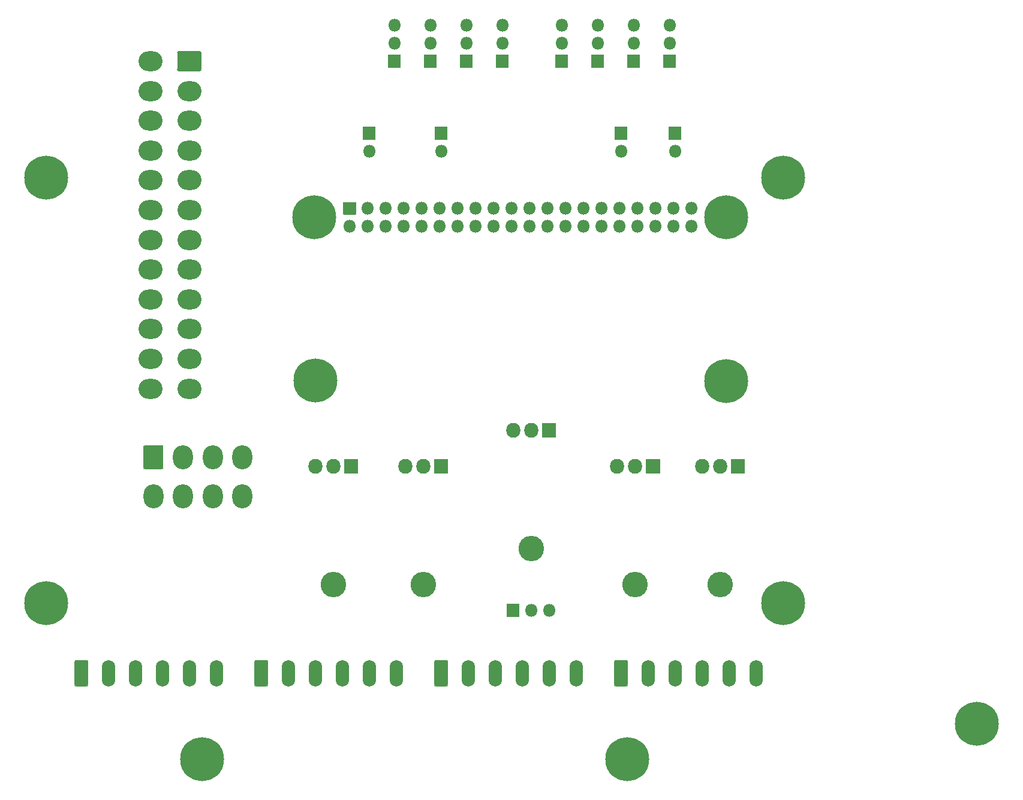
<source format=gbr>
G04 #@! TF.GenerationSoftware,KiCad,Pcbnew,5.1.8*
G04 #@! TF.CreationDate,2021-01-05T23:40:21+00:00*
G04 #@! TF.ProjectId,TheSun2,54686553-756e-4322-9e6b-696361645f70,1.0.8*
G04 #@! TF.SameCoordinates,Original*
G04 #@! TF.FileFunction,Soldermask,Bot*
G04 #@! TF.FilePolarity,Negative*
%FSLAX46Y46*%
G04 Gerber Fmt 4.6, Leading zero omitted, Abs format (unit mm)*
G04 Created by KiCad (PCBNEW 5.1.8) date 2021-01-05 23:40:21*
%MOMM*%
%LPD*%
G01*
G04 APERTURE LIST*
%ADD10C,6.200000*%
%ADD11O,3.402000X2.802000*%
%ADD12O,2.802000X3.402000*%
%ADD13O,1.902000X3.702000*%
%ADD14O,1.802000X1.802000*%
%ADD15O,2.007000X2.102000*%
%ADD16O,3.602000X3.602000*%
%ADD17C,0.100000*%
G04 APERTURE END LIST*
D10*
X252000000Y-50000000D03*
X252000000Y-110000000D03*
X148000000Y-110000000D03*
X148000000Y-50000000D03*
X230000000Y-132000000D03*
X170000000Y-132000000D03*
X279400000Y-127000000D03*
D11*
X162680000Y-79760000D03*
X162680000Y-75560000D03*
X162680000Y-71360000D03*
X162680000Y-67160000D03*
X162680000Y-62960000D03*
X162680000Y-58760000D03*
X162680000Y-54560000D03*
X162680000Y-50360000D03*
X162680000Y-46160000D03*
X162680000Y-41960000D03*
X162680000Y-37760000D03*
X162680000Y-33560000D03*
X168180000Y-79760000D03*
X168180000Y-75560000D03*
X168180000Y-71360000D03*
X168180000Y-67160000D03*
X168180000Y-62960000D03*
X168180000Y-58760000D03*
X168180000Y-54560000D03*
X168180000Y-50360000D03*
X168180000Y-46160000D03*
X168180000Y-41960000D03*
X168180000Y-37760000D03*
G36*
G01*
X166738445Y-32159000D02*
X169621555Y-32159000D01*
G75*
G02*
X169881000Y-32418445I0J-259445D01*
G01*
X169881000Y-34701555D01*
G75*
G02*
X169621555Y-34961000I-259445J0D01*
G01*
X166738445Y-34961000D01*
G75*
G02*
X166479000Y-34701555I0J259445D01*
G01*
X166479000Y-32418445D01*
G75*
G02*
X166738445Y-32159000I259445J0D01*
G01*
G37*
G36*
G01*
X161699000Y-90881555D02*
X161699000Y-87998445D01*
G75*
G02*
X161958445Y-87739000I259445J0D01*
G01*
X164241555Y-87739000D01*
G75*
G02*
X164501000Y-87998445I0J-259445D01*
G01*
X164501000Y-90881555D01*
G75*
G02*
X164241555Y-91141000I-259445J0D01*
G01*
X161958445Y-91141000D01*
G75*
G02*
X161699000Y-90881555I0J259445D01*
G01*
G37*
D12*
X167300000Y-89440000D03*
X171500000Y-89440000D03*
X175700000Y-89440000D03*
X163100000Y-94940000D03*
X167300000Y-94940000D03*
X171500000Y-94940000D03*
X175700000Y-94940000D03*
D13*
X171990000Y-119920000D03*
X168180000Y-119920000D03*
X164370000Y-119920000D03*
X160560000Y-119920000D03*
X156750000Y-119920000D03*
G36*
G01*
X151989000Y-121506834D02*
X151989000Y-118333166D01*
G75*
G02*
X152253166Y-118069000I264166J0D01*
G01*
X153626834Y-118069000D01*
G75*
G02*
X153891000Y-118333166I0J-264166D01*
G01*
X153891000Y-121506834D01*
G75*
G02*
X153626834Y-121771000I-264166J0D01*
G01*
X152253166Y-121771000D01*
G75*
G02*
X151989000Y-121506834I0J264166D01*
G01*
G37*
X197390000Y-119920000D03*
X193580000Y-119920000D03*
X189770000Y-119920000D03*
X185960000Y-119920000D03*
X182150000Y-119920000D03*
G36*
G01*
X177389000Y-121506834D02*
X177389000Y-118333166D01*
G75*
G02*
X177653166Y-118069000I264166J0D01*
G01*
X179026834Y-118069000D01*
G75*
G02*
X179291000Y-118333166I0J-264166D01*
G01*
X179291000Y-121506834D01*
G75*
G02*
X179026834Y-121771000I-264166J0D01*
G01*
X177653166Y-121771000D01*
G75*
G02*
X177389000Y-121506834I0J264166D01*
G01*
G37*
X248190000Y-119920000D03*
X244380000Y-119920000D03*
X240570000Y-119920000D03*
X236760000Y-119920000D03*
X232950000Y-119920000D03*
G36*
G01*
X228189000Y-121506834D02*
X228189000Y-118333166D01*
G75*
G02*
X228453166Y-118069000I264166J0D01*
G01*
X229826834Y-118069000D01*
G75*
G02*
X230091000Y-118333166I0J-264166D01*
G01*
X230091000Y-121506834D01*
G75*
G02*
X229826834Y-121771000I-264166J0D01*
G01*
X228453166Y-121771000D01*
G75*
G02*
X228189000Y-121506834I0J264166D01*
G01*
G37*
X222790000Y-119920000D03*
X218980000Y-119920000D03*
X215170000Y-119920000D03*
X211360000Y-119920000D03*
X207550000Y-119920000D03*
G36*
G01*
X202789000Y-121506834D02*
X202789000Y-118333166D01*
G75*
G02*
X203053166Y-118069000I264166J0D01*
G01*
X204426834Y-118069000D01*
G75*
G02*
X204691000Y-118333166I0J-264166D01*
G01*
X204691000Y-121506834D01*
G75*
G02*
X204426834Y-121771000I-264166J0D01*
G01*
X203053166Y-121771000D01*
G75*
G02*
X202789000Y-121506834I0J264166D01*
G01*
G37*
G36*
G01*
X191661400Y-55225500D02*
X189961400Y-55225500D01*
G75*
G02*
X189910400Y-55174500I0J51000D01*
G01*
X189910400Y-53474500D01*
G75*
G02*
X189961400Y-53423500I51000J0D01*
G01*
X191661400Y-53423500D01*
G75*
G02*
X191712400Y-53474500I0J-51000D01*
G01*
X191712400Y-55174500D01*
G75*
G02*
X191661400Y-55225500I-51000J0D01*
G01*
G37*
D14*
X190811400Y-56864500D03*
X193351400Y-54324500D03*
X193351400Y-56864500D03*
X195891400Y-54324500D03*
X195891400Y-56864500D03*
X198431400Y-54324500D03*
X198431400Y-56864500D03*
X200971400Y-54324500D03*
X200971400Y-56864500D03*
X203511400Y-54324500D03*
X203511400Y-56864500D03*
X206051400Y-54324500D03*
X206051400Y-56864500D03*
X208591400Y-54324500D03*
X208591400Y-56864500D03*
X211131400Y-54324500D03*
X211131400Y-56864500D03*
X213671400Y-54324500D03*
X213671400Y-56864500D03*
X216211400Y-54324500D03*
X216211400Y-56864500D03*
X218751400Y-54324500D03*
X218751400Y-56864500D03*
X221291400Y-54324500D03*
X221291400Y-56864500D03*
X223831400Y-54324500D03*
X223831400Y-56864500D03*
X226371400Y-54324500D03*
X226371400Y-56864500D03*
X228911400Y-54324500D03*
X228911400Y-56864500D03*
X231451400Y-54324500D03*
X231451400Y-56864500D03*
X233991400Y-54324500D03*
X233991400Y-56864500D03*
X236531400Y-54324500D03*
X236531400Y-56864500D03*
X239071400Y-54324500D03*
X239071400Y-56864500D03*
D15*
X185960000Y-90710000D03*
X188500000Y-90710000D03*
G36*
G01*
X192043500Y-89710000D02*
X192043500Y-91710000D01*
G75*
G02*
X191992500Y-91761000I-51000J0D01*
G01*
X190087500Y-91761000D01*
G75*
G02*
X190036500Y-91710000I0J51000D01*
G01*
X190036500Y-89710000D01*
G75*
G02*
X190087500Y-89659000I51000J0D01*
G01*
X191992500Y-89659000D01*
G75*
G02*
X192043500Y-89710000I0J-51000D01*
G01*
G37*
D16*
X188500000Y-107370000D03*
D15*
X240570000Y-90710000D03*
X243110000Y-90710000D03*
G36*
G01*
X246653500Y-89710000D02*
X246653500Y-91710000D01*
G75*
G02*
X246602500Y-91761000I-51000J0D01*
G01*
X244697500Y-91761000D01*
G75*
G02*
X244646500Y-91710000I0J51000D01*
G01*
X244646500Y-89710000D01*
G75*
G02*
X244697500Y-89659000I51000J0D01*
G01*
X246602500Y-89659000D01*
G75*
G02*
X246653500Y-89710000I0J-51000D01*
G01*
G37*
D16*
X243110000Y-107370000D03*
D15*
X213900000Y-85630000D03*
X216440000Y-85630000D03*
G36*
G01*
X219983500Y-84630000D02*
X219983500Y-86630000D01*
G75*
G02*
X219932500Y-86681000I-51000J0D01*
G01*
X218027500Y-86681000D01*
G75*
G02*
X217976500Y-86630000I0J51000D01*
G01*
X217976500Y-84630000D01*
G75*
G02*
X218027500Y-84579000I51000J0D01*
G01*
X219932500Y-84579000D01*
G75*
G02*
X219983500Y-84630000I0J-51000D01*
G01*
G37*
D16*
X216440000Y-102290000D03*
D15*
X198660000Y-90710000D03*
X201200000Y-90710000D03*
G36*
G01*
X204743500Y-89710000D02*
X204743500Y-91710000D01*
G75*
G02*
X204692500Y-91761000I-51000J0D01*
G01*
X202787500Y-91761000D01*
G75*
G02*
X202736500Y-91710000I0J51000D01*
G01*
X202736500Y-89710000D01*
G75*
G02*
X202787500Y-89659000I51000J0D01*
G01*
X204692500Y-89659000D01*
G75*
G02*
X204743500Y-89710000I0J-51000D01*
G01*
G37*
D16*
X201200000Y-107370000D03*
D15*
X228570000Y-90710000D03*
X231110000Y-90710000D03*
G36*
G01*
X234653500Y-89710000D02*
X234653500Y-91710000D01*
G75*
G02*
X234602500Y-91761000I-51000J0D01*
G01*
X232697500Y-91761000D01*
G75*
G02*
X232646500Y-91710000I0J51000D01*
G01*
X232646500Y-89710000D01*
G75*
G02*
X232697500Y-89659000I51000J0D01*
G01*
X234602500Y-89659000D01*
G75*
G02*
X234653500Y-89710000I0J-51000D01*
G01*
G37*
D16*
X231110000Y-107370000D03*
D14*
X203740000Y-46260000D03*
G36*
G01*
X202839000Y-44570000D02*
X202839000Y-42870000D01*
G75*
G02*
X202890000Y-42819000I51000J0D01*
G01*
X204590000Y-42819000D01*
G75*
G02*
X204641000Y-42870000I0J-51000D01*
G01*
X204641000Y-44570000D01*
G75*
G02*
X204590000Y-44621000I-51000J0D01*
G01*
X202890000Y-44621000D01*
G75*
G02*
X202839000Y-44570000I0J51000D01*
G01*
G37*
X229140000Y-46260000D03*
G36*
G01*
X228239000Y-44570000D02*
X228239000Y-42870000D01*
G75*
G02*
X228290000Y-42819000I51000J0D01*
G01*
X229990000Y-42819000D01*
G75*
G02*
X230041000Y-42870000I0J-51000D01*
G01*
X230041000Y-44570000D01*
G75*
G02*
X229990000Y-44621000I-51000J0D01*
G01*
X228290000Y-44621000D01*
G75*
G02*
X228239000Y-44570000I0J51000D01*
G01*
G37*
X236760000Y-46260000D03*
G36*
G01*
X235859000Y-44570000D02*
X235859000Y-42870000D01*
G75*
G02*
X235910000Y-42819000I51000J0D01*
G01*
X237610000Y-42819000D01*
G75*
G02*
X237661000Y-42870000I0J-51000D01*
G01*
X237661000Y-44570000D01*
G75*
G02*
X237610000Y-44621000I-51000J0D01*
G01*
X235910000Y-44621000D01*
G75*
G02*
X235859000Y-44570000I0J51000D01*
G01*
G37*
X193580000Y-46260000D03*
G36*
G01*
X192679000Y-44570000D02*
X192679000Y-42870000D01*
G75*
G02*
X192730000Y-42819000I51000J0D01*
G01*
X194430000Y-42819000D01*
G75*
G02*
X194481000Y-42870000I0J-51000D01*
G01*
X194481000Y-44570000D01*
G75*
G02*
X194430000Y-44621000I-51000J0D01*
G01*
X192730000Y-44621000D01*
G75*
G02*
X192679000Y-44570000I0J51000D01*
G01*
G37*
X218980000Y-111030000D03*
X216440000Y-111030000D03*
G36*
G01*
X214750000Y-111931000D02*
X213050000Y-111931000D01*
G75*
G02*
X212999000Y-111880000I0J51000D01*
G01*
X212999000Y-110180000D01*
G75*
G02*
X213050000Y-110129000I51000J0D01*
G01*
X214750000Y-110129000D01*
G75*
G02*
X214801000Y-110180000I0J-51000D01*
G01*
X214801000Y-111880000D01*
G75*
G02*
X214750000Y-111931000I-51000J0D01*
G01*
G37*
X197136000Y-28480000D03*
X197136000Y-31020000D03*
G36*
G01*
X198037000Y-32710000D02*
X198037000Y-34410000D01*
G75*
G02*
X197986000Y-34461000I-51000J0D01*
G01*
X196286000Y-34461000D01*
G75*
G02*
X196235000Y-34410000I0J51000D01*
G01*
X196235000Y-32710000D01*
G75*
G02*
X196286000Y-32659000I51000J0D01*
G01*
X197986000Y-32659000D01*
G75*
G02*
X198037000Y-32710000I0J-51000D01*
G01*
G37*
X202216000Y-28480000D03*
X202216000Y-31020000D03*
G36*
G01*
X203117000Y-32710000D02*
X203117000Y-34410000D01*
G75*
G02*
X203066000Y-34461000I-51000J0D01*
G01*
X201366000Y-34461000D01*
G75*
G02*
X201315000Y-34410000I0J51000D01*
G01*
X201315000Y-32710000D01*
G75*
G02*
X201366000Y-32659000I51000J0D01*
G01*
X203066000Y-32659000D01*
G75*
G02*
X203117000Y-32710000I0J-51000D01*
G01*
G37*
X207296000Y-28480000D03*
X207296000Y-31020000D03*
G36*
G01*
X208197000Y-32710000D02*
X208197000Y-34410000D01*
G75*
G02*
X208146000Y-34461000I-51000J0D01*
G01*
X206446000Y-34461000D01*
G75*
G02*
X206395000Y-34410000I0J51000D01*
G01*
X206395000Y-32710000D01*
G75*
G02*
X206446000Y-32659000I51000J0D01*
G01*
X208146000Y-32659000D01*
G75*
G02*
X208197000Y-32710000I0J-51000D01*
G01*
G37*
X212376000Y-28480000D03*
X212376000Y-31020000D03*
G36*
G01*
X213277000Y-32710000D02*
X213277000Y-34410000D01*
G75*
G02*
X213226000Y-34461000I-51000J0D01*
G01*
X211526000Y-34461000D01*
G75*
G02*
X211475000Y-34410000I0J51000D01*
G01*
X211475000Y-32710000D01*
G75*
G02*
X211526000Y-32659000I51000J0D01*
G01*
X213226000Y-32659000D01*
G75*
G02*
X213277000Y-32710000I0J-51000D01*
G01*
G37*
X220758000Y-28480000D03*
X220758000Y-31020000D03*
G36*
G01*
X221659000Y-32710000D02*
X221659000Y-34410000D01*
G75*
G02*
X221608000Y-34461000I-51000J0D01*
G01*
X219908000Y-34461000D01*
G75*
G02*
X219857000Y-34410000I0J51000D01*
G01*
X219857000Y-32710000D01*
G75*
G02*
X219908000Y-32659000I51000J0D01*
G01*
X221608000Y-32659000D01*
G75*
G02*
X221659000Y-32710000I0J-51000D01*
G01*
G37*
X225838000Y-28480000D03*
X225838000Y-31020000D03*
G36*
G01*
X226739000Y-32710000D02*
X226739000Y-34410000D01*
G75*
G02*
X226688000Y-34461000I-51000J0D01*
G01*
X224988000Y-34461000D01*
G75*
G02*
X224937000Y-34410000I0J51000D01*
G01*
X224937000Y-32710000D01*
G75*
G02*
X224988000Y-32659000I51000J0D01*
G01*
X226688000Y-32659000D01*
G75*
G02*
X226739000Y-32710000I0J-51000D01*
G01*
G37*
X230918000Y-28480000D03*
X230918000Y-31020000D03*
G36*
G01*
X231819000Y-32710000D02*
X231819000Y-34410000D01*
G75*
G02*
X231768000Y-34461000I-51000J0D01*
G01*
X230068000Y-34461000D01*
G75*
G02*
X230017000Y-34410000I0J51000D01*
G01*
X230017000Y-32710000D01*
G75*
G02*
X230068000Y-32659000I51000J0D01*
G01*
X231768000Y-32659000D01*
G75*
G02*
X231819000Y-32710000I0J-51000D01*
G01*
G37*
X235998000Y-28480000D03*
X235998000Y-31020000D03*
G36*
G01*
X236899000Y-32710000D02*
X236899000Y-34410000D01*
G75*
G02*
X236848000Y-34461000I-51000J0D01*
G01*
X235148000Y-34461000D01*
G75*
G02*
X235097000Y-34410000I0J51000D01*
G01*
X235097000Y-32710000D01*
G75*
G02*
X235148000Y-32659000I51000J0D01*
G01*
X236848000Y-32659000D01*
G75*
G02*
X236899000Y-32710000I0J-51000D01*
G01*
G37*
D10*
X185866000Y-55580000D03*
X185966000Y-78580000D03*
X243966000Y-78680000D03*
X243966000Y-55580000D03*
D17*
G36*
X153892165Y-121505208D02*
G01*
X153893000Y-121506834D01*
X153893000Y-121590971D01*
X153892990Y-121591167D01*
X153889056Y-121631111D01*
X153888980Y-121631496D01*
X153879119Y-121664005D01*
X153878969Y-121664367D01*
X153862955Y-121694325D01*
X153862737Y-121694651D01*
X153841187Y-121720910D01*
X153840910Y-121721187D01*
X153814651Y-121742737D01*
X153814325Y-121742955D01*
X153784367Y-121758969D01*
X153784005Y-121759119D01*
X153751496Y-121768980D01*
X153751111Y-121769056D01*
X153711167Y-121772990D01*
X153710971Y-121773000D01*
X153626834Y-121773000D01*
X153625102Y-121772000D01*
X153625102Y-121770000D01*
X153626638Y-121769010D01*
X153677975Y-121763954D01*
X153727157Y-121749035D01*
X153772481Y-121724809D01*
X153812207Y-121692207D01*
X153844809Y-121652481D01*
X153869035Y-121607157D01*
X153883954Y-121557975D01*
X153889010Y-121506638D01*
X153890175Y-121505012D01*
X153892165Y-121505208D01*
G37*
G36*
X179292165Y-121505208D02*
G01*
X179293000Y-121506834D01*
X179293000Y-121590971D01*
X179292990Y-121591167D01*
X179289056Y-121631111D01*
X179288980Y-121631496D01*
X179279119Y-121664005D01*
X179278969Y-121664367D01*
X179262955Y-121694325D01*
X179262737Y-121694651D01*
X179241187Y-121720910D01*
X179240910Y-121721187D01*
X179214651Y-121742737D01*
X179214325Y-121742955D01*
X179184367Y-121758969D01*
X179184005Y-121759119D01*
X179151496Y-121768980D01*
X179151111Y-121769056D01*
X179111167Y-121772990D01*
X179110971Y-121773000D01*
X179026834Y-121773000D01*
X179025102Y-121772000D01*
X179025102Y-121770000D01*
X179026638Y-121769010D01*
X179077975Y-121763954D01*
X179127157Y-121749035D01*
X179172481Y-121724809D01*
X179212207Y-121692207D01*
X179244809Y-121652481D01*
X179269035Y-121607157D01*
X179283954Y-121557975D01*
X179289010Y-121506638D01*
X179290175Y-121505012D01*
X179292165Y-121505208D01*
G37*
G36*
X202790990Y-121506638D02*
G01*
X202796046Y-121557975D01*
X202810965Y-121607157D01*
X202835191Y-121652481D01*
X202867793Y-121692207D01*
X202907519Y-121724809D01*
X202952843Y-121749035D01*
X203002025Y-121763954D01*
X203053362Y-121769010D01*
X203054988Y-121770175D01*
X203054792Y-121772165D01*
X203053166Y-121773000D01*
X202969029Y-121773000D01*
X202968833Y-121772990D01*
X202928889Y-121769056D01*
X202928504Y-121768980D01*
X202895995Y-121759119D01*
X202895633Y-121758969D01*
X202865675Y-121742955D01*
X202865349Y-121742737D01*
X202839090Y-121721187D01*
X202838813Y-121720910D01*
X202817263Y-121694651D01*
X202817045Y-121694325D01*
X202801031Y-121664367D01*
X202800881Y-121664005D01*
X202791020Y-121631496D01*
X202790944Y-121631111D01*
X202787010Y-121591167D01*
X202787000Y-121590971D01*
X202787000Y-121506834D01*
X202788000Y-121505102D01*
X202790000Y-121505102D01*
X202790990Y-121506638D01*
G37*
G36*
X204692165Y-121505208D02*
G01*
X204693000Y-121506834D01*
X204693000Y-121590971D01*
X204692990Y-121591167D01*
X204689056Y-121631111D01*
X204688980Y-121631496D01*
X204679119Y-121664005D01*
X204678969Y-121664367D01*
X204662955Y-121694325D01*
X204662737Y-121694651D01*
X204641187Y-121720910D01*
X204640910Y-121721187D01*
X204614651Y-121742737D01*
X204614325Y-121742955D01*
X204584367Y-121758969D01*
X204584005Y-121759119D01*
X204551496Y-121768980D01*
X204551111Y-121769056D01*
X204511167Y-121772990D01*
X204510971Y-121773000D01*
X204426834Y-121773000D01*
X204425102Y-121772000D01*
X204425102Y-121770000D01*
X204426638Y-121769010D01*
X204477975Y-121763954D01*
X204527157Y-121749035D01*
X204572481Y-121724809D01*
X204612207Y-121692207D01*
X204644809Y-121652481D01*
X204669035Y-121607157D01*
X204683954Y-121557975D01*
X204689010Y-121506638D01*
X204690175Y-121505012D01*
X204692165Y-121505208D01*
G37*
G36*
X151990990Y-121506638D02*
G01*
X151996046Y-121557975D01*
X152010965Y-121607157D01*
X152035191Y-121652481D01*
X152067793Y-121692207D01*
X152107519Y-121724809D01*
X152152843Y-121749035D01*
X152202025Y-121763954D01*
X152253362Y-121769010D01*
X152254988Y-121770175D01*
X152254792Y-121772165D01*
X152253166Y-121773000D01*
X152169029Y-121773000D01*
X152168833Y-121772990D01*
X152128889Y-121769056D01*
X152128504Y-121768980D01*
X152095995Y-121759119D01*
X152095633Y-121758969D01*
X152065675Y-121742955D01*
X152065349Y-121742737D01*
X152039090Y-121721187D01*
X152038813Y-121720910D01*
X152017263Y-121694651D01*
X152017045Y-121694325D01*
X152001031Y-121664367D01*
X152000881Y-121664005D01*
X151991020Y-121631496D01*
X151990944Y-121631111D01*
X151987010Y-121591167D01*
X151987000Y-121590971D01*
X151987000Y-121506834D01*
X151988000Y-121505102D01*
X151990000Y-121505102D01*
X151990990Y-121506638D01*
G37*
G36*
X177390990Y-121506638D02*
G01*
X177396046Y-121557975D01*
X177410965Y-121607157D01*
X177435191Y-121652481D01*
X177467793Y-121692207D01*
X177507519Y-121724809D01*
X177552843Y-121749035D01*
X177602025Y-121763954D01*
X177653362Y-121769010D01*
X177654988Y-121770175D01*
X177654792Y-121772165D01*
X177653166Y-121773000D01*
X177569029Y-121773000D01*
X177568833Y-121772990D01*
X177528889Y-121769056D01*
X177528504Y-121768980D01*
X177495995Y-121759119D01*
X177495633Y-121758969D01*
X177465675Y-121742955D01*
X177465349Y-121742737D01*
X177439090Y-121721187D01*
X177438813Y-121720910D01*
X177417263Y-121694651D01*
X177417045Y-121694325D01*
X177401031Y-121664367D01*
X177400881Y-121664005D01*
X177391020Y-121631496D01*
X177390944Y-121631111D01*
X177387010Y-121591167D01*
X177387000Y-121590971D01*
X177387000Y-121506834D01*
X177388000Y-121505102D01*
X177390000Y-121505102D01*
X177390990Y-121506638D01*
G37*
G36*
X228190990Y-121506638D02*
G01*
X228196046Y-121557975D01*
X228210965Y-121607157D01*
X228235191Y-121652481D01*
X228267793Y-121692207D01*
X228307519Y-121724809D01*
X228352843Y-121749035D01*
X228402025Y-121763954D01*
X228453362Y-121769010D01*
X228454988Y-121770175D01*
X228454792Y-121772165D01*
X228453166Y-121773000D01*
X228369029Y-121773000D01*
X228368833Y-121772990D01*
X228328889Y-121769056D01*
X228328504Y-121768980D01*
X228295995Y-121759119D01*
X228295633Y-121758969D01*
X228265675Y-121742955D01*
X228265349Y-121742737D01*
X228239090Y-121721187D01*
X228238813Y-121720910D01*
X228217263Y-121694651D01*
X228217045Y-121694325D01*
X228201031Y-121664367D01*
X228200881Y-121664005D01*
X228191020Y-121631496D01*
X228190944Y-121631111D01*
X228187010Y-121591167D01*
X228187000Y-121590971D01*
X228187000Y-121506834D01*
X228188000Y-121505102D01*
X228190000Y-121505102D01*
X228190990Y-121506638D01*
G37*
G36*
X230092165Y-121505208D02*
G01*
X230093000Y-121506834D01*
X230093000Y-121590971D01*
X230092990Y-121591167D01*
X230089056Y-121631111D01*
X230088980Y-121631496D01*
X230079119Y-121664005D01*
X230078969Y-121664367D01*
X230062955Y-121694325D01*
X230062737Y-121694651D01*
X230041187Y-121720910D01*
X230040910Y-121721187D01*
X230014651Y-121742737D01*
X230014325Y-121742955D01*
X229984367Y-121758969D01*
X229984005Y-121759119D01*
X229951496Y-121768980D01*
X229951111Y-121769056D01*
X229911167Y-121772990D01*
X229910971Y-121773000D01*
X229826834Y-121773000D01*
X229825102Y-121772000D01*
X229825102Y-121770000D01*
X229826638Y-121769010D01*
X229877975Y-121763954D01*
X229927157Y-121749035D01*
X229972481Y-121724809D01*
X230012207Y-121692207D01*
X230044809Y-121652481D01*
X230069035Y-121607157D01*
X230083954Y-121557975D01*
X230089010Y-121506638D01*
X230090175Y-121505012D01*
X230092165Y-121505208D01*
G37*
G36*
X203054898Y-118068000D02*
G01*
X203054898Y-118070000D01*
X203053362Y-118070990D01*
X203002025Y-118076046D01*
X202952843Y-118090965D01*
X202907519Y-118115191D01*
X202867793Y-118147793D01*
X202835191Y-118187519D01*
X202810965Y-118232843D01*
X202796046Y-118282025D01*
X202790990Y-118333362D01*
X202789825Y-118334988D01*
X202787835Y-118334792D01*
X202787000Y-118333166D01*
X202787000Y-118249029D01*
X202787010Y-118248833D01*
X202790944Y-118208889D01*
X202791020Y-118208504D01*
X202800881Y-118175995D01*
X202801031Y-118175633D01*
X202817045Y-118145675D01*
X202817263Y-118145349D01*
X202838813Y-118119090D01*
X202839090Y-118118813D01*
X202865349Y-118097263D01*
X202865675Y-118097045D01*
X202895633Y-118081031D01*
X202895995Y-118080881D01*
X202928504Y-118071020D01*
X202928889Y-118070944D01*
X202968833Y-118067010D01*
X202969029Y-118067000D01*
X203053166Y-118067000D01*
X203054898Y-118068000D01*
G37*
G36*
X177654898Y-118068000D02*
G01*
X177654898Y-118070000D01*
X177653362Y-118070990D01*
X177602025Y-118076046D01*
X177552843Y-118090965D01*
X177507519Y-118115191D01*
X177467793Y-118147793D01*
X177435191Y-118187519D01*
X177410965Y-118232843D01*
X177396046Y-118282025D01*
X177390990Y-118333362D01*
X177389825Y-118334988D01*
X177387835Y-118334792D01*
X177387000Y-118333166D01*
X177387000Y-118249029D01*
X177387010Y-118248833D01*
X177390944Y-118208889D01*
X177391020Y-118208504D01*
X177400881Y-118175995D01*
X177401031Y-118175633D01*
X177417045Y-118145675D01*
X177417263Y-118145349D01*
X177438813Y-118119090D01*
X177439090Y-118118813D01*
X177465349Y-118097263D01*
X177465675Y-118097045D01*
X177495633Y-118081031D01*
X177495995Y-118080881D01*
X177528504Y-118071020D01*
X177528889Y-118070944D01*
X177568833Y-118067010D01*
X177569029Y-118067000D01*
X177653166Y-118067000D01*
X177654898Y-118068000D01*
G37*
G36*
X152254898Y-118068000D02*
G01*
X152254898Y-118070000D01*
X152253362Y-118070990D01*
X152202025Y-118076046D01*
X152152843Y-118090965D01*
X152107519Y-118115191D01*
X152067793Y-118147793D01*
X152035191Y-118187519D01*
X152010965Y-118232843D01*
X151996046Y-118282025D01*
X151990990Y-118333362D01*
X151989825Y-118334988D01*
X151987835Y-118334792D01*
X151987000Y-118333166D01*
X151987000Y-118249029D01*
X151987010Y-118248833D01*
X151990944Y-118208889D01*
X151991020Y-118208504D01*
X152000881Y-118175995D01*
X152001031Y-118175633D01*
X152017045Y-118145675D01*
X152017263Y-118145349D01*
X152038813Y-118119090D01*
X152039090Y-118118813D01*
X152065349Y-118097263D01*
X152065675Y-118097045D01*
X152095633Y-118081031D01*
X152095995Y-118080881D01*
X152128504Y-118071020D01*
X152128889Y-118070944D01*
X152168833Y-118067010D01*
X152169029Y-118067000D01*
X152253166Y-118067000D01*
X152254898Y-118068000D01*
G37*
G36*
X228454898Y-118068000D02*
G01*
X228454898Y-118070000D01*
X228453362Y-118070990D01*
X228402025Y-118076046D01*
X228352843Y-118090965D01*
X228307519Y-118115191D01*
X228267793Y-118147793D01*
X228235191Y-118187519D01*
X228210965Y-118232843D01*
X228196046Y-118282025D01*
X228190990Y-118333362D01*
X228189825Y-118334988D01*
X228187835Y-118334792D01*
X228187000Y-118333166D01*
X228187000Y-118249029D01*
X228187010Y-118248833D01*
X228190944Y-118208889D01*
X228191020Y-118208504D01*
X228200881Y-118175995D01*
X228201031Y-118175633D01*
X228217045Y-118145675D01*
X228217263Y-118145349D01*
X228238813Y-118119090D01*
X228239090Y-118118813D01*
X228265349Y-118097263D01*
X228265675Y-118097045D01*
X228295633Y-118081031D01*
X228295995Y-118080881D01*
X228328504Y-118071020D01*
X228328889Y-118070944D01*
X228368833Y-118067010D01*
X228369029Y-118067000D01*
X228453166Y-118067000D01*
X228454898Y-118068000D01*
G37*
G36*
X153711167Y-118067010D02*
G01*
X153751111Y-118070944D01*
X153751496Y-118071020D01*
X153784005Y-118080881D01*
X153784367Y-118081031D01*
X153814325Y-118097045D01*
X153814651Y-118097263D01*
X153840910Y-118118813D01*
X153841187Y-118119090D01*
X153862737Y-118145349D01*
X153862955Y-118145675D01*
X153878969Y-118175633D01*
X153879119Y-118175995D01*
X153888980Y-118208504D01*
X153889056Y-118208889D01*
X153892990Y-118248833D01*
X153893000Y-118249029D01*
X153893000Y-118333166D01*
X153892000Y-118334898D01*
X153890000Y-118334898D01*
X153889010Y-118333362D01*
X153883954Y-118282025D01*
X153869035Y-118232843D01*
X153844809Y-118187519D01*
X153812207Y-118147793D01*
X153772481Y-118115191D01*
X153727157Y-118090965D01*
X153677975Y-118076046D01*
X153626638Y-118070990D01*
X153625012Y-118069825D01*
X153625208Y-118067835D01*
X153626834Y-118067000D01*
X153710971Y-118067000D01*
X153711167Y-118067010D01*
G37*
G36*
X229911167Y-118067010D02*
G01*
X229951111Y-118070944D01*
X229951496Y-118071020D01*
X229984005Y-118080881D01*
X229984367Y-118081031D01*
X230014325Y-118097045D01*
X230014651Y-118097263D01*
X230040910Y-118118813D01*
X230041187Y-118119090D01*
X230062737Y-118145349D01*
X230062955Y-118145675D01*
X230078969Y-118175633D01*
X230079119Y-118175995D01*
X230088980Y-118208504D01*
X230089056Y-118208889D01*
X230092990Y-118248833D01*
X230093000Y-118249029D01*
X230093000Y-118333166D01*
X230092000Y-118334898D01*
X230090000Y-118334898D01*
X230089010Y-118333362D01*
X230083954Y-118282025D01*
X230069035Y-118232843D01*
X230044809Y-118187519D01*
X230012207Y-118147793D01*
X229972481Y-118115191D01*
X229927157Y-118090965D01*
X229877975Y-118076046D01*
X229826638Y-118070990D01*
X229825012Y-118069825D01*
X229825208Y-118067835D01*
X229826834Y-118067000D01*
X229910971Y-118067000D01*
X229911167Y-118067010D01*
G37*
G36*
X204511167Y-118067010D02*
G01*
X204551111Y-118070944D01*
X204551496Y-118071020D01*
X204584005Y-118080881D01*
X204584367Y-118081031D01*
X204614325Y-118097045D01*
X204614651Y-118097263D01*
X204640910Y-118118813D01*
X204641187Y-118119090D01*
X204662737Y-118145349D01*
X204662955Y-118145675D01*
X204678969Y-118175633D01*
X204679119Y-118175995D01*
X204688980Y-118208504D01*
X204689056Y-118208889D01*
X204692990Y-118248833D01*
X204693000Y-118249029D01*
X204693000Y-118333166D01*
X204692000Y-118334898D01*
X204690000Y-118334898D01*
X204689010Y-118333362D01*
X204683954Y-118282025D01*
X204669035Y-118232843D01*
X204644809Y-118187519D01*
X204612207Y-118147793D01*
X204572481Y-118115191D01*
X204527157Y-118090965D01*
X204477975Y-118076046D01*
X204426638Y-118070990D01*
X204425012Y-118069825D01*
X204425208Y-118067835D01*
X204426834Y-118067000D01*
X204510971Y-118067000D01*
X204511167Y-118067010D01*
G37*
G36*
X179111167Y-118067010D02*
G01*
X179151111Y-118070944D01*
X179151496Y-118071020D01*
X179184005Y-118080881D01*
X179184367Y-118081031D01*
X179214325Y-118097045D01*
X179214651Y-118097263D01*
X179240910Y-118118813D01*
X179241187Y-118119090D01*
X179262737Y-118145349D01*
X179262955Y-118145675D01*
X179278969Y-118175633D01*
X179279119Y-118175995D01*
X179288980Y-118208504D01*
X179289056Y-118208889D01*
X179292990Y-118248833D01*
X179293000Y-118249029D01*
X179293000Y-118333166D01*
X179292000Y-118334898D01*
X179290000Y-118334898D01*
X179289010Y-118333362D01*
X179283954Y-118282025D01*
X179269035Y-118232843D01*
X179244809Y-118187519D01*
X179212207Y-118147793D01*
X179172481Y-118115191D01*
X179127157Y-118090965D01*
X179077975Y-118076046D01*
X179026638Y-118070990D01*
X179025012Y-118069825D01*
X179025208Y-118067835D01*
X179026834Y-118067000D01*
X179110971Y-118067000D01*
X179111167Y-118067010D01*
G37*
G36*
X164502165Y-90879929D02*
G01*
X164503000Y-90881555D01*
X164503000Y-90977266D01*
X164502990Y-90977462D01*
X164499369Y-91014227D01*
X164499293Y-91014612D01*
X164490358Y-91044067D01*
X164490208Y-91044429D01*
X164475702Y-91071566D01*
X164475484Y-91071892D01*
X164455960Y-91095683D01*
X164455683Y-91095960D01*
X164431892Y-91115484D01*
X164431566Y-91115702D01*
X164404429Y-91130208D01*
X164404067Y-91130358D01*
X164374612Y-91139293D01*
X164374227Y-91139369D01*
X164337462Y-91142990D01*
X164337266Y-91143000D01*
X164241555Y-91143000D01*
X164239823Y-91142000D01*
X164239823Y-91140000D01*
X164241359Y-91139010D01*
X164291775Y-91134045D01*
X164340071Y-91119394D01*
X164384579Y-91095605D01*
X164423589Y-91063589D01*
X164455605Y-91024579D01*
X164479394Y-90980071D01*
X164494045Y-90931775D01*
X164499010Y-90881359D01*
X164500175Y-90879733D01*
X164502165Y-90879929D01*
G37*
G36*
X161700990Y-90881359D02*
G01*
X161705955Y-90931775D01*
X161720606Y-90980071D01*
X161744395Y-91024579D01*
X161776411Y-91063589D01*
X161815421Y-91095605D01*
X161859929Y-91119394D01*
X161908225Y-91134045D01*
X161958641Y-91139010D01*
X161960267Y-91140175D01*
X161960071Y-91142165D01*
X161958445Y-91143000D01*
X161862734Y-91143000D01*
X161862538Y-91142990D01*
X161825773Y-91139369D01*
X161825388Y-91139293D01*
X161795933Y-91130358D01*
X161795571Y-91130208D01*
X161768434Y-91115702D01*
X161768108Y-91115484D01*
X161744317Y-91095960D01*
X161744040Y-91095683D01*
X161724516Y-91071892D01*
X161724298Y-91071566D01*
X161709792Y-91044429D01*
X161709642Y-91044067D01*
X161700707Y-91014612D01*
X161700631Y-91014227D01*
X161697010Y-90977462D01*
X161697000Y-90977266D01*
X161697000Y-90881555D01*
X161698000Y-90879823D01*
X161700000Y-90879823D01*
X161700990Y-90881359D01*
G37*
G36*
X161960177Y-87738000D02*
G01*
X161960177Y-87740000D01*
X161958641Y-87740990D01*
X161908225Y-87745955D01*
X161859929Y-87760606D01*
X161815421Y-87784395D01*
X161776411Y-87816411D01*
X161744395Y-87855421D01*
X161720606Y-87899929D01*
X161705955Y-87948225D01*
X161700990Y-87998641D01*
X161699825Y-88000267D01*
X161697835Y-88000071D01*
X161697000Y-87998445D01*
X161697000Y-87902734D01*
X161697010Y-87902538D01*
X161700631Y-87865773D01*
X161700707Y-87865388D01*
X161709642Y-87835933D01*
X161709792Y-87835571D01*
X161724298Y-87808434D01*
X161724516Y-87808108D01*
X161744040Y-87784317D01*
X161744317Y-87784040D01*
X161768108Y-87764516D01*
X161768434Y-87764298D01*
X161795571Y-87749792D01*
X161795933Y-87749642D01*
X161825388Y-87740707D01*
X161825773Y-87740631D01*
X161862538Y-87737010D01*
X161862734Y-87737000D01*
X161958445Y-87737000D01*
X161960177Y-87738000D01*
G37*
G36*
X164337462Y-87737010D02*
G01*
X164374227Y-87740631D01*
X164374612Y-87740707D01*
X164404067Y-87749642D01*
X164404429Y-87749792D01*
X164431566Y-87764298D01*
X164431892Y-87764516D01*
X164455683Y-87784040D01*
X164455960Y-87784317D01*
X164475484Y-87808108D01*
X164475702Y-87808434D01*
X164490208Y-87835571D01*
X164490358Y-87835933D01*
X164499293Y-87865388D01*
X164499369Y-87865773D01*
X164502990Y-87902538D01*
X164503000Y-87902734D01*
X164503000Y-87998445D01*
X164502000Y-88000177D01*
X164500000Y-88000177D01*
X164499010Y-87998641D01*
X164494045Y-87948225D01*
X164479394Y-87899929D01*
X164455605Y-87855421D01*
X164423589Y-87816411D01*
X164384579Y-87784395D01*
X164340071Y-87760606D01*
X164291775Y-87745955D01*
X164241359Y-87740990D01*
X164239733Y-87739825D01*
X164239929Y-87737835D01*
X164241555Y-87737000D01*
X164337266Y-87737000D01*
X164337462Y-87737010D01*
G37*
G36*
X169882165Y-34699929D02*
G01*
X169883000Y-34701555D01*
X169883000Y-34797266D01*
X169882990Y-34797462D01*
X169879369Y-34834227D01*
X169879293Y-34834612D01*
X169870358Y-34864067D01*
X169870208Y-34864429D01*
X169855702Y-34891566D01*
X169855484Y-34891892D01*
X169835960Y-34915683D01*
X169835683Y-34915960D01*
X169811892Y-34935484D01*
X169811566Y-34935702D01*
X169784429Y-34950208D01*
X169784067Y-34950358D01*
X169754612Y-34959293D01*
X169754227Y-34959369D01*
X169717462Y-34962990D01*
X169717266Y-34963000D01*
X169621555Y-34963000D01*
X169619823Y-34962000D01*
X169619823Y-34960000D01*
X169621359Y-34959010D01*
X169671775Y-34954045D01*
X169720071Y-34939394D01*
X169764579Y-34915605D01*
X169803589Y-34883589D01*
X169835605Y-34844579D01*
X169859394Y-34800071D01*
X169874045Y-34751775D01*
X169879010Y-34701359D01*
X169880175Y-34699733D01*
X169882165Y-34699929D01*
G37*
G36*
X166480990Y-34701359D02*
G01*
X166485955Y-34751775D01*
X166500606Y-34800071D01*
X166524395Y-34844579D01*
X166556411Y-34883589D01*
X166595421Y-34915605D01*
X166639929Y-34939394D01*
X166688225Y-34954045D01*
X166738641Y-34959010D01*
X166740267Y-34960175D01*
X166740071Y-34962165D01*
X166738445Y-34963000D01*
X166642734Y-34963000D01*
X166642538Y-34962990D01*
X166605773Y-34959369D01*
X166605388Y-34959293D01*
X166575933Y-34950358D01*
X166575571Y-34950208D01*
X166548434Y-34935702D01*
X166548108Y-34935484D01*
X166524317Y-34915960D01*
X166524040Y-34915683D01*
X166504516Y-34891892D01*
X166504298Y-34891566D01*
X166489792Y-34864429D01*
X166489642Y-34864067D01*
X166480707Y-34834612D01*
X166480631Y-34834227D01*
X166477010Y-34797462D01*
X166477000Y-34797266D01*
X166477000Y-34701555D01*
X166478000Y-34699823D01*
X166480000Y-34699823D01*
X166480990Y-34701359D01*
G37*
G36*
X166740177Y-32158000D02*
G01*
X166740177Y-32160000D01*
X166738641Y-32160990D01*
X166688225Y-32165955D01*
X166639929Y-32180606D01*
X166595421Y-32204395D01*
X166556411Y-32236411D01*
X166524395Y-32275421D01*
X166500606Y-32319929D01*
X166485955Y-32368225D01*
X166480990Y-32418641D01*
X166479825Y-32420267D01*
X166477835Y-32420071D01*
X166477000Y-32418445D01*
X166477000Y-32322734D01*
X166477010Y-32322538D01*
X166480631Y-32285773D01*
X166480707Y-32285388D01*
X166489642Y-32255933D01*
X166489792Y-32255571D01*
X166504298Y-32228434D01*
X166504516Y-32228108D01*
X166524040Y-32204317D01*
X166524317Y-32204040D01*
X166548108Y-32184516D01*
X166548434Y-32184298D01*
X166575571Y-32169792D01*
X166575933Y-32169642D01*
X166605388Y-32160707D01*
X166605773Y-32160631D01*
X166642538Y-32157010D01*
X166642734Y-32157000D01*
X166738445Y-32157000D01*
X166740177Y-32158000D01*
G37*
G36*
X169717462Y-32157010D02*
G01*
X169754227Y-32160631D01*
X169754612Y-32160707D01*
X169784067Y-32169642D01*
X169784429Y-32169792D01*
X169811566Y-32184298D01*
X169811892Y-32184516D01*
X169835683Y-32204040D01*
X169835960Y-32204317D01*
X169855484Y-32228108D01*
X169855702Y-32228434D01*
X169870208Y-32255571D01*
X169870358Y-32255933D01*
X169879293Y-32285388D01*
X169879369Y-32285773D01*
X169882990Y-32322538D01*
X169883000Y-32322734D01*
X169883000Y-32418445D01*
X169882000Y-32420177D01*
X169880000Y-32420177D01*
X169879010Y-32418641D01*
X169874045Y-32368225D01*
X169859394Y-32319929D01*
X169835605Y-32275421D01*
X169803589Y-32236411D01*
X169764579Y-32204395D01*
X169720071Y-32180606D01*
X169671775Y-32165955D01*
X169621359Y-32160990D01*
X169619733Y-32159825D01*
X169619929Y-32157835D01*
X169621555Y-32157000D01*
X169717266Y-32157000D01*
X169717462Y-32157010D01*
G37*
M02*

</source>
